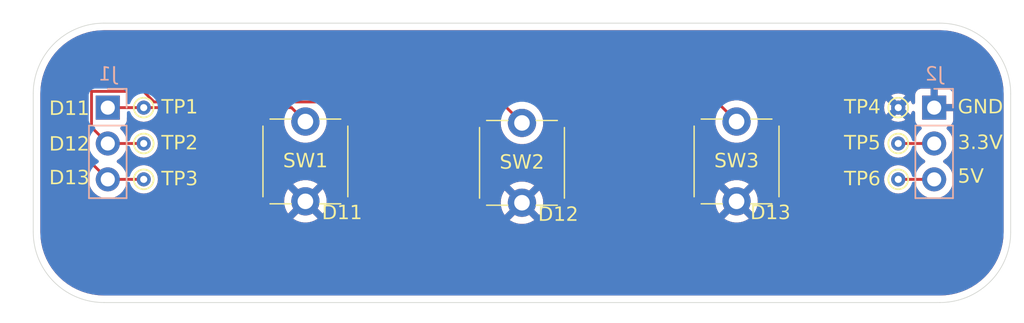
<source format=kicad_pcb>
(kicad_pcb (version 20240108) (generator "pcbnew") (generator_version "8.0")
  (layers (0 "F.Cu" signal) (31 "B.Cu" signal) (34 "B.Paste" user) (35 "F.Paste" user) (36 "B.SilkS" user "B.Silkscreen") (37 "F.SilkS" user "F.Silkscreen") (38 "B.Mask" user) (39 "F.Mask" user) (44 "Edge.Cuts" user))
  (net 0 "")
  (net 1 "D12")
  (net 2 "D11")
  (net 3 "D13")
  (net 4 "+5V")
  (net 5 "+3.3V")
  (net 6 "GND")
  (footprint "TestPoint:TestPoint_THTPad_D1.0mm_Drill0.5mm" (layer "F.Cu") (at 111.76 128.27)
    (property "Reference" "TP2" (at 2.54 0 0) (layer "F.SilkS"))
    (property "Value" "TestPoint" (hide yes))
    (fp_circle (center 0 0) (end 0 0.7) (stroke (width 0.12)) (fill none) (layer "F.SilkS"))
    (pad "1" thru_hole circle (at 0 0) (size 1 1) (drill 0.5) (layers "*.Cu" "*.Mask") (net 1 "D12"))
  )
  (footprint "TestPoint:TestPoint_THTPad_D1.0mm_Drill0.5mm" (layer "F.Cu") (at 165.1 128.27)
    (property "Reference" "TP5" (at -2.54 0 0) (layer "F.SilkS"))
    (property "Value" "TestPoint" (hide yes))
    (fp_circle (center 0 0) (end 0 0.7) (stroke (width 0.12)) (fill none) (layer "F.SilkS"))
    (pad "1" thru_hole circle (at 0 0) (size 1 1) (drill 0.5) (layers "*.Cu" "*.Mask") (net 5 "+3.3V"))
  )
  (footprint "TestPoint:TestPoint_THTPad_D1.0mm_Drill0.5mm" (layer "F.Cu") (at 111.76 130.81)
    (property "Reference" "TP3" (at 2.54 0 0) (layer "F.SilkS"))
    (property "Value" "TestPoint" (hide yes))
    (fp_circle (center 0 0) (end 0 0.7) (stroke (width 0.12)) (fill none) (layer "F.SilkS"))
    (pad "1" thru_hole circle (at 0 0) (size 1 1) (drill 0.5) (layers "*.Cu" "*.Mask") (net 3 "D13"))
  )
  (footprint "Two_Pin_Through_Hole_Push_Button:Two_Pin_Through_Hole_Push_Button" (layer "F.Cu") (at 123.19 129.54 -90)
    (property "Reference" "SW1" (at 0 0 0) (layer "F.SilkS") (effects (font (thickness 0.1))))
    (property "Value" "Demo 1" (hide yes))
    (fp_line (start 2.5 3) (end -2.5 3) (stroke (width 0.1)) (layer "F.SilkS"))
    (fp_line (start -3 2.5) (end -3 1) (stroke (width 0.1)) (layer "F.SilkS"))
    (fp_line (start 3 1) (end 3 2.5) (stroke (width 0.1)) (layer "F.SilkS"))
    (fp_line (start -3 -1) (end -3 -2.5) (stroke (width 0.1)) (layer "F.SilkS"))
    (fp_line (start 3 -2.5) (end 3 -1) (stroke (width 0.1)) (layer "F.SilkS"))
    (fp_line (start -2.5 -3) (end 2.5 -3) (stroke (width 0.1)) (layer "F.SilkS"))
    (pad "1" thru_hole circle (at -2.825 0) (size 2 2) (drill 1.1) (layers "*.Cu" "*.Mask") (net 2 "D11"))
    (pad "2" thru_hole circle (at 2.825 0) (size 2 2) (drill 1.1) (layers "*.Cu" "*.Mask") (net 6 "GND"))
  )
  (footprint "TestPoint:TestPoint_THTPad_D1.0mm_Drill0.5mm" (layer "F.Cu") (at 165.1 125.73)
    (property "Reference" "TP4" (at -2.54 0 0) (layer "F.SilkS"))
    (property "Value" "TestPoint" (hide yes))
    (fp_circle (center 0 0) (end 0 0.7) (stroke (width 0.12)) (fill none) (layer "F.SilkS"))
    (pad "1" thru_hole circle (at 0 0) (size 1 1) (drill 0.5) (layers "*.Cu" "*.Mask") (net 6 "GND"))
  )
  (footprint "Two_Pin_Through_Hole_Push_Button:Two_Pin_Through_Hole_Push_Button" (layer "F.Cu") (at 138.5 129.64 -90)
    (property "Reference" "SW2" (at 0 0 0) (layer "F.SilkS") (effects (font (thickness 0.1))))
    (property "Value" "Demo 2" (hide yes))
    (fp_line (start 2.5 3) (end -2.5 3) (stroke (width 0.1)) (layer "F.SilkS"))
    (fp_line (start -3 2.5) (end -3 1) (stroke (width 0.1)) (layer "F.SilkS"))
    (fp_line (start 3 1) (end 3 2.5) (stroke (width 0.1)) (layer "F.SilkS"))
    (fp_line (start -3 -1) (end -3 -2.5) (stroke (width 0.1)) (layer "F.SilkS"))
    (fp_line (start 3 -2.5) (end 3 -1) (stroke (width 0.1)) (layer "F.SilkS"))
    (fp_line (start -2.5 -3) (end 2.5 -3) (stroke (width 0.1)) (layer "F.SilkS"))
    (pad "1" thru_hole circle (at -2.825 0) (size 2 2) (drill 1.1) (layers "*.Cu" "*.Mask") (net 1 "D12"))
    (pad "2" thru_hole circle (at 2.825 0) (size 2 2) (drill 1.1) (layers "*.Cu" "*.Mask") (net 6 "GND"))
  )
  (footprint "Two_Pin_Through_Hole_Push_Button:Two_Pin_Through_Hole_Push_Button" (layer "F.Cu") (at 153.67 129.54 -90)
    (property "Reference" "SW3" (at 0 0 0) (layer "F.SilkS") (effects (font (thickness 0.1))))
    (property "Value" "Demo 3" (hide yes))
    (fp_line (start 2.5 3) (end -2.5 3) (stroke (width 0.1)) (layer "F.SilkS"))
    (fp_line (start -3 2.5) (end -3 1) (stroke (width 0.1)) (layer "F.SilkS"))
    (fp_line (start 3 1) (end 3 2.5) (stroke (width 0.1)) (layer "F.SilkS"))
    (fp_line (start -3 -1) (end -3 -2.5) (stroke (width 0.1)) (layer "F.SilkS"))
    (fp_line (start 3 -2.5) (end 3 -1) (stroke (width 0.1)) (layer "F.SilkS"))
    (fp_line (start -2.5 -3) (end 2.5 -3) (stroke (width 0.1)) (layer "F.SilkS"))
    (pad "1" thru_hole circle (at -2.825 0) (size 2 2) (drill 1.1) (layers "*.Cu" "*.Mask") (net 3 "D13"))
    (pad "2" thru_hole circle (at 2.825 0) (size 2 2) (drill 1.1) (layers "*.Cu" "*.Mask") (net 6 "GND"))
  )
  (footprint "TestPoint:TestPoint_THTPad_D1.0mm_Drill0.5mm" (layer "F.Cu") (at 165.1 130.81)
    (property "Reference" "TP6" (at -2.54 0 0) (layer "F.SilkS"))
    (property "Value" "TestPoint" (hide yes))
    (fp_circle (center 0 0) (end 0 0.7) (stroke (width 0.12)) (fill none) (layer "F.SilkS"))
    (pad "1" thru_hole circle (at 0 0) (size 1 1) (drill 0.5) (layers "*.Cu" "*.Mask") (net 4 "+5V"))
  )
  (footprint "TestPoint:TestPoint_THTPad_D1.0mm_Drill0.5mm" (layer "F.Cu") (at 111.76 125.73)
    (property "Reference" "TP1" (at 2.54 0 0) (layer "F.SilkS"))
    (property "Value" "TestPoint" (hide yes))
    (fp_circle (center 0 0) (end 0 0.7) (stroke (width 0.12)) (fill none) (layer "F.SilkS"))
    (pad "1" thru_hole circle (at 0 0) (size 1 1) (drill 0.5) (layers "*.Cu" "*.Mask") (net 2 "D11"))
  )
  (footprint "Connector_PinHeader_2.54mm:PinHeader_1x03_P2.54mm_Vertical" (layer "B.Cu") (at 109.22 125.73 180)
    (property "Reference" "J1" (at 0 2.33 180) (layer "B.SilkS") (effects (justify mirror)))
    (property "Value" "Excess GPIO Pins")
    (fp_line (start 1.33 -1.27) (end -1.33 -1.27) (stroke (width 0.12)) (layer "B.SilkS"))
    (fp_line (start 1.33 -6.41) (end 1.33 -1.27) (stroke (width 0.12)) (layer "B.SilkS"))
    (fp_line (start 1.33 -6.41) (end -1.33 -6.41) (stroke (width 0.12)) (layer "B.SilkS"))
    (fp_line (start 0 1.33) (end -1.33 1.33) (stroke (width 0.12)) (layer "B.SilkS"))
    (fp_line (start -1.33 1.33) (end -1.33 0) (stroke (width 0.12)) (layer "B.SilkS"))
    (fp_line (start -1.33 -6.41) (end -1.33 -1.27) (stroke (width 0.12)) (layer "B.SilkS"))
    (pad "1" thru_hole rect (at 0 0 180) (size 1.7 1.7) (drill 1) (layers "*.Cu" "*.Mask") (net 2 "D11"))
    (pad "2" thru_hole oval (at 0 -2.54 180) (size 1.7 1.7) (drill 1) (layers "*.Cu" "*.Mask") (net 1 "D12"))
    (pad "3" thru_hole oval (at 0 -5.08 180) (size 1.7 1.7) (drill 1) (layers "*.Cu" "*.Mask") (net 3 "D13"))
  )
  (footprint "Connector_PinHeader_2.54mm:PinHeader_1x03_P2.54mm_Vertical" (layer "B.Cu") (at 167.64 125.73 180)
    (property "Reference" "J2" (at 0 2.33 180) (layer "B.SilkS") (effects (justify mirror)))
    (property "Value" "Voltage Breakout")
    (fp_line (start 1.33 -1.27) (end -1.33 -1.27) (stroke (width 0.12)) (layer "B.SilkS"))
    (fp_line (start 1.33 -6.41) (end 1.33 -1.27) (stroke (width 0.12)) (layer "B.SilkS"))
    (fp_line (start 1.33 -6.41) (end -1.33 -6.41) (stroke (width 0.12)) (layer "B.SilkS"))
    (fp_line (start 0 1.33) (end -1.33 1.33) (stroke (width 0.12)) (layer "B.SilkS"))
    (fp_line (start -1.33 1.33) (end -1.33 0) (stroke (width 0.12)) (layer "B.SilkS"))
    (fp_line (start -1.33 -6.41) (end -1.33 -1.27) (stroke (width 0.12)) (layer "B.SilkS"))
    (pad "1" thru_hole rect (at 0 0 180) (size 1.7 1.7) (drill 1) (layers "*.Cu" "*.Mask") (net 6 "GND"))
    (pad "2" thru_hole oval (at 0 -2.54 180) (size 1.7 1.7) (drill 1) (layers "*.Cu" "*.Mask") (net 5 "+3.3V"))
    (pad "3" thru_hole oval (at 0 -5.08 180) (size 1.7 1.7) (drill 1) (layers "*.Cu" "*.Mask") (net 4 "+5V"))
  )
  (gr_arc (start 108.95 139.53) (mid 105.414466 138.065534) (end 103.95 134.53) (stroke (width 0.05)) (layer "Edge.Cuts"))
  (gr_line (start 173.05 134.53) (end 173.05 124.75) (stroke (width 0.05)) (layer "Edge.Cuts"))
  (gr_arc (start 173.05 134.53) (mid 171.585534 138.065534) (end 168.05 139.53) (stroke (width 0.05)) (layer "Edge.Cuts"))
  (gr_arc (start 103.95 124.75) (mid 105.414466 121.214466) (end 108.95 119.75) (stroke (width 0.05)) (layer "Edge.Cuts"))
  (gr_line (start 103.95 124.75) (end 103.95 134.53) (stroke (width 0.05)) (layer "Edge.Cuts"))
  (gr_line (start 108.95 139.53) (end 168.05 139.53) (stroke (width 0.05)) (layer "Edge.Cuts"))
  (gr_line (start 168.05 119.75) (end 108.95 119.75) (stroke (width 0.05)) (layer "Edge.Cuts"))
  (gr_arc (start 168.05 119.75) (mid 171.585534 121.214466) (end 173.05 124.75) (stroke (width 0.05)) (layer "Edge.Cuts"))
  (gr_text "D11" (at 105.069018 126.416373 0) (layer "F.SilkS") (effects (font (size 1 1) (thickness 0.1)) (justify left bottom)))
  (gr_text "D11" (at 124.351269 133.7981 0) (layer "F.SilkS") (effects (font (size 1 1) (thickness 0.1)) (justify left bottom)))
  (gr_text "3.3V\n" (at 169.305483 128.83004 0) (layer "F.SilkS") (effects (font (size 1 1) (thickness 0.1)) (justify left bottom)))
  (gr_text "GND" (at 169.305483 126.306661 0) (layer "F.SilkS") (effects (font (size 1 1) (thickness 0.1)) (justify left bottom)))
  (gr_text "D13" (at 105.069018 131.325992 0) (layer "F.SilkS") (effects (font (size 1 1) (thickness 0.1)) (justify left bottom)))
  (gr_text "5V" (at 169.305483 131.21628 0) (layer "F.SilkS") (effects (font (size 1 1) (thickness 0.1)) (justify left bottom)))
  (gr_text "D12" (at 105.069018 128.939752 0) (layer "F.SilkS") (effects (font (size 1 1) (thickness 0.1)) (justify left bottom)))
  (gr_text "D12" (at 139.632011 133.917521 0) (layer "F.SilkS") (effects (font (size 1 1) (thickness 0.1)) (justify left bottom)))
  (gr_text "D13" (at 154.634317 133.794147 0) (layer "F.SilkS") (effects (font (size 1 1) (thickness 0.1)) (justify left bottom)))
  (segment (start 137.015 125.33) (end 138.5 126.815) (width 0.2) (layer "F.Cu") (net 1))
  (segment (start 111.741371 124.58) (end 112.491371 125.33) (width 0.2) (layer "F.Cu") (net 1))
  (segment (start 109.22 128.27) (end 111.76 128.27) (width 0.2) (layer "F.Cu") (net 1))
  (segment (start 109.22 128.27) (end 108.07 127.12) (width 0.2) (layer "F.Cu") (net 1))
  (segment (start 108.07 127.12) (end 108.07 124.58) (width 0.2) (layer "F.Cu") (net 1))
  (segment (start 108.07 124.58) (end 111.741371 124.58) (width 0.2) (layer "F.Cu") (net 1))
  (segment (start 112.491371 125.33) (end 137.015 125.33) (width 0.2) (layer "F.Cu") (net 1))
  (segment (start 111.76 125.73) (end 122.205 125.73) (width 0.2) (layer "F.Cu") (net 2))
  (segment (start 109.22 125.73) (end 111.76 125.73) (width 0.2) (layer "F.Cu") (net 2))
  (segment (start 122.205 125.73) (end 123.19 126.715) (width 0.2) (layer "F.Cu") (net 2))
  (segment (start 109.22 130.81) (end 107.67 129.26) (width 0.2) (layer "F.Cu") (net 3))
  (segment (start 112.657057 124.93) (end 151.885 124.93) (width 0.2) (layer "F.Cu") (net 3))
  (segment (start 108.024315 124.06) (end 111.787057 124.06) (width 0.2) (layer "F.Cu") (net 3))
  (segment (start 107.67 129.26) (end 107.67 124.414314) (width 0.2) (layer "F.Cu") (net 3))
  (segment (start 151.885 124.93) (end 153.67 126.715) (width 0.2) (layer "F.Cu") (net 3))
  (segment (start 111.76 130.81) (end 109.22 130.81) (width 0.2) (layer "F.Cu") (net 3))
  (segment (start 107.67 124.414314) (end 108.024315 124.06) (width 0.2) (layer "F.Cu") (net 3))
  (segment (start 111.787057 124.06) (end 112.657057 124.93) (width 0.2) (layer "F.Cu") (net 3))
  (segment (start 167.64 130.81) (end 165.1 130.81) (width 0.2) (layer "F.Cu") (net 4))
  (segment (start 165.1 128.27) (end 167.64 128.27) (width 0.2) (layer "F.Cu") (net 5))
  (zone (net 6) (net_name "GND") (layers "F&B.Cu") (connect_pads (clearance 0.5)) (min_thickness 0.25) (fill yes (thermal_gap 0.5) (thermal_bridge_width 0.5) (island_removal_mode 1) (island_area_min 10))
    (polygon (pts (xy 101.6 118.11) (xy 173.99 118.11) (xy 173.99 140.97) (xy 101.6 140.97)))
  )
)
</source>
